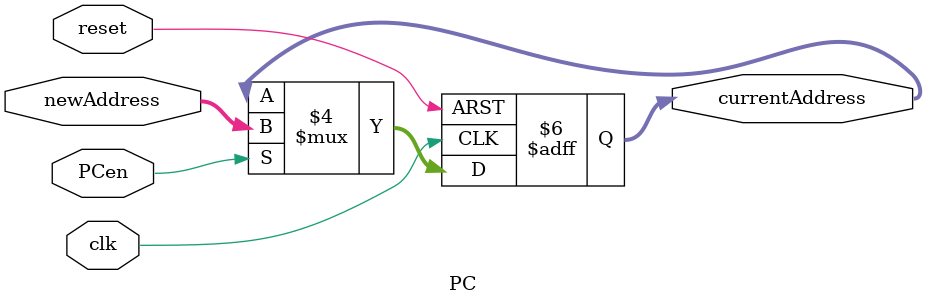
<source format=v>
`timescale 1ns / 1ps
module PC(
    input clk,
	 input reset,
	 input PCen,
    input [31:0] newAddress,           
    output reg[31:0] currentAddress  
    );

    always@(posedge clk or negedge reset)
    begin
        if (~reset) 
		  begin
		  currentAddress <= 0;
		  end
		  else if (PCen) begin
		  currentAddress <= newAddress;
		  end
		  else begin
		  currentAddress <= currentAddress;
		  end
    end

endmodule

</source>
